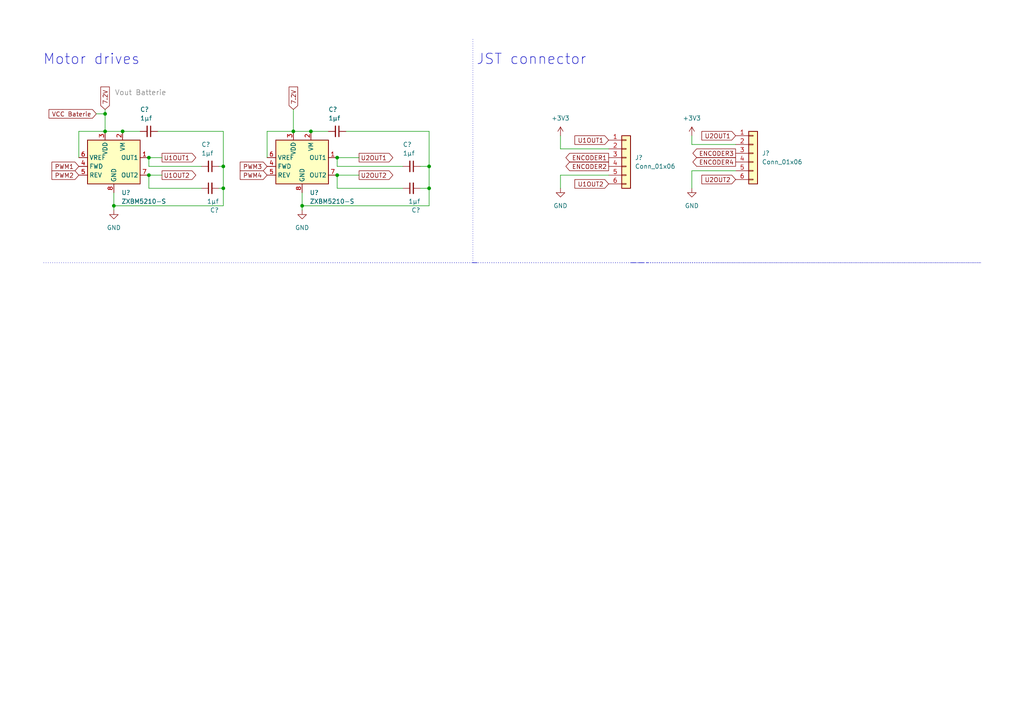
<source format=kicad_sch>
(kicad_sch (version 20230121) (generator eeschema)
  (paper "A4")
  (lib_symbols
    (symbol "Connector_Generic:Conn_01x06" (pin_names (offset 1.016) hide)
      (property "Reference" "J" (at 0 7.62 0))
      (property "Value" "Conn_01x06" (at 0 -10.16 0))
      (symbol "Conn_01x06_1_1"
        (rectangle (start -1.27 -7.493) (end 0 -7.747) (stroke (width 0.1524)))
        (rectangle (start -1.27 -4.953) (end 0 -5.207) (stroke (width 0.1524)))
        (rectangle (start -1.27 -2.413) (end 0 -2.667) (stroke (width 0.1524)))
        (rectangle (start -1.27 0.127) (end 0 -0.127) (stroke (width 0.1524)))
        (rectangle (start -1.27 2.667) (end 0 2.413) (stroke (width 0.1524)))
        (rectangle (start -1.27 5.207) (end 0 4.953) (stroke (width 0.1524)))
        (rectangle (start -1.27 6.35) (end 1.27 -8.89) (stroke (width 0.254)) (fill (type background)))
        (pin passive line (at -5.08 5.08 0) (length 3.81) (name "Pin_1") (number "1"))
        (pin passive line (at -5.08 2.54 0) (length 3.81) (name "Pin_2") (number "2"))
        (pin passive line (at -5.08 0 0) (length 3.81) (name "Pin_3") (number "3"))
        (pin passive line (at -5.08 -2.54 0) (length 3.81) (name "Pin_4") (number "4"))
        (pin passive line (at -5.08 -5.08 0) (length 3.81) (name "Pin_5") (number "5"))
        (pin passive line (at -5.08 -7.62 0) (length 3.81) (name "Pin_6") (number "6"))
      )
    )
    (symbol "Device:C_Small" (pin_numbers hide) (pin_names (offset 0.254) hide)
      (property "Reference" "C" (at 0.254 1.778 0))
      (property "Value" "C_Small" (at 0.254 -2.032 0))
      (symbol "C_Small_0_1"
        (polyline (pts (xy -1.524 -0.508) (xy 1.524 -0.508)) (stroke (width 0.3302)))
        (polyline (pts (xy -1.524 0.508) (xy 1.524 0.508)) (stroke (width 0.3048)))
      )
      (symbol "C_Small_1_1"
        (pin passive line (at 0 2.54 270) (length 2.032) (name "~") (number "1"))
        (pin passive line (at 0 -2.54 90) (length 2.032) (name "~") (number "2"))
      )
    )
    (symbol "Driver_Motor:ZXBM5210-S"
      (property "Reference" "U" (at -7.62 8.89 0))
      (property "Value" "ZXBM5210-S" (at 10.16 8.89 0))
      (symbol "ZXBM5210-S_0_0"
        (pin output line (at 10.16 2.54 180) (length 2.54) (name "OUT1") (number "1"))
        (pin power_in line (at 2.54 10.16 270) (length 2.54) (name "VM") (number "2"))
        (pin power_in line (at -2.54 10.16 270) (length 2.54) (name "VDD") (number "3"))
        (pin input line (at -10.16 0 0) (length 2.54) (name "FWD") (number "4"))
        (pin input line (at -10.16 -2.54 0) (length 2.54) (name "REV") (number "5"))
        (pin input line (at -10.16 2.54 0) (length 2.54) (name "VREF") (number "6"))
        (pin output line (at 10.16 -2.54 180) (length 2.54) (name "OUT2") (number "7"))
        (pin power_in line (at 0 -7.62 90) (length 2.54) (name "GND") (number "8"))
      )
      (symbol "ZXBM5210-S_0_1"
        (rectangle (start -7.62 7.62) (end 7.62 -5.08) (stroke (width 0.254)) (fill (type background)))
      )
    )
    (symbol "power:+3V3" (power) (pin_names (offset 0))
      (property "Value" "+3V3" (at 0 3.556 0))
      (symbol "+3V3_0_1"
        (polyline (pts (xy -0.762 1.27) (xy 0 2.54)))
        (polyline (pts (xy 0 0) (xy 0 2.54)))
        (polyline (pts (xy 0 2.54) (xy 0.762 1.27)))
      )
      (symbol "+3V3_1_1"
        (pin power_in line (at 0 0 90) (length 0) hide (name "+3V3") (number "1"))
      )
    )
    (symbol "power:GND" (power) (pin_names (offset 0))
      (property "Value" "GND" (at 0 -3.81 0))
      (symbol "GND_0_1"
        (polyline (pts (xy 0 0) (xy 0 -1.27) (xy 1.27 -1.27) (xy 0 -2.54) (xy -1.27 -1.27) (xy 0 -1.27)))
      )
      (symbol "GND_1_1"
        (pin power_in line (at 0 0 270) (length 0) hide (name "GND") (number "1"))
      )
    )
  )
  (junction (at 64.77 54.61))
  (junction (at 97.79 45.72))
  (junction (at 33.02 59.69))
  (junction (at 43.18 45.72))
  (junction (at 30.48 38.1))
  (junction (at 97.79 50.8))
  (junction (at 124.46 48.26))
  (junction (at 124.46 54.61))
  (junction (at 87.63 59.69))
  (junction (at 43.18 50.8))
  (junction (at 85.09 38.1))
  (junction (at 64.77 48.26))
  (junction (at 35.56 38.1))
  (junction (at 30.48 33.02))
  (junction (at 90.17 38.1))
  (wire (pts (xy 121.92 48.26) (xy 124.46 48.26)))
  (wire (pts (xy 64.77 48.26) (xy 64.77 54.61)))
  (wire (pts (xy 200.66 41.91) (xy 213.36 41.91)))
  (wire (pts (xy 43.18 48.26) (xy 58.42 48.26)))
  (polyline (pts (xy 12.7 76.2) (xy 284.48 76.2)) (stroke (width 0) (type dot)))
  (wire (pts (xy 77.47 38.1) (xy 85.09 38.1)))
  (wire (pts (xy 46.99 50.8) (xy 43.18 50.8)))
  (wire (pts (xy 176.53 50.8) (xy 162.56 50.8)))
  (wire (pts (xy 87.63 59.69) (xy 87.63 55.88)))
  (polyline (pts (xy 137.16 76.2) (xy 138.43 76.2)))
  (wire (pts (xy 64.77 54.61) (xy 64.77 59.69)))
  (wire (pts (xy 97.79 45.72) (xy 97.79 48.26)))
  (polyline (pts (xy 212.09 76.2) (xy 284.48 76.2)) (stroke (width 0) (type dot)))
  (wire (pts (xy 43.18 50.8) (xy 43.18 54.61)))
  (wire (pts (xy 22.86 38.1) (xy 30.48 38.1)))
  (wire (pts (xy 43.18 54.61) (xy 58.42 54.61)))
  (wire (pts (xy 22.86 45.72) (xy 22.86 38.1)))
  (wire (pts (xy 104.14 50.8) (xy 97.79 50.8)))
  (wire (pts (xy 30.48 31.75) (xy 30.48 33.02)))
  (wire (pts (xy 30.48 38.1) (xy 35.56 38.1)))
  (wire (pts (xy 162.56 50.8) (xy 162.56 54.61)))
  (wire (pts (xy 104.14 45.72) (xy 97.79 45.72)))
  (wire (pts (xy 121.92 54.61) (xy 124.46 54.61)))
  (polyline (pts (xy 187.96 76.2) (xy 207.01 76.2)) (stroke (width 0) (type dot)))
  (wire (pts (xy 45.72 38.1) (xy 64.77 38.1)))
  (wire (pts (xy 200.66 39.37) (xy 200.66 41.91)))
  (wire (pts (xy 63.5 54.61) (xy 64.77 54.61)))
  (wire (pts (xy 124.46 48.26) (xy 124.46 54.61)))
  (wire (pts (xy 87.63 60.96) (xy 87.63 59.69)))
  (wire (pts (xy 97.79 50.8) (xy 97.79 54.61)))
  (wire (pts (xy 85.09 31.75) (xy 85.09 38.1)))
  (wire (pts (xy 43.18 45.72) (xy 43.18 48.26)))
  (wire (pts (xy 30.48 33.02) (xy 30.48 38.1)))
  (polyline (pts (xy 182.88 76.2) (xy 187.96 76.2)) (stroke (width 0) (type dash)))
  (wire (pts (xy 64.77 59.69) (xy 33.02 59.69)))
  (wire (pts (xy 64.77 38.1) (xy 64.77 48.26)))
  (wire (pts (xy 213.36 49.53) (xy 200.66 49.53)))
  (wire (pts (xy 90.17 38.1) (xy 95.25 38.1)))
  (polyline (pts (xy 90.17 76.2) (xy 284.48 76.2)) (stroke (width 0) (type dot)))
  (wire (pts (xy 33.02 60.96) (xy 33.02 59.69)))
  (wire (pts (xy 85.09 38.1) (xy 90.17 38.1)))
  (wire (pts (xy 46.99 45.72) (xy 43.18 45.72)))
  (wire (pts (xy 27.94 33.02) (xy 30.48 33.02)))
  (wire (pts (xy 77.47 45.72) (xy 77.47 38.1)))
  (polyline (pts (xy 137.16 11.43) (xy 137.16 76.2)) (stroke (width 0) (type dot)))
  (wire (pts (xy 33.02 59.69) (xy 33.02 55.88)))
  (wire (pts (xy 63.5 48.26) (xy 64.77 48.26)))
  (wire (pts (xy 124.46 59.69) (xy 87.63 59.69)))
  (wire (pts (xy 124.46 54.61) (xy 124.46 59.69)))
  (wire (pts (xy 162.56 43.18) (xy 162.56 39.37)))
  (wire (pts (xy 97.79 48.26) (xy 116.84 48.26)))
  (wire (pts (xy 200.66 49.53) (xy 200.66 54.61)))
  (wire (pts (xy 35.56 38.1) (xy 40.64 38.1)))
  (polyline (pts (xy 207.01 76.2) (xy 212.09 76.2)) (stroke (width 0) (type dot)))
  (wire (pts (xy 100.33 38.1) (xy 124.46 38.1)))
  (wire (pts (xy 97.79 54.61) (xy 116.84 54.61)))
  (wire (pts (xy 176.53 43.18) (xy 162.56 43.18)))
  (wire (pts (xy 124.46 38.1) (xy 124.46 48.26)))
  (text "JST connector" (at 170.18 19.05 0) (effects (font (size 3 3)) (justify right bottom)))
  (text "Vout Batterie" (at 48.26 27.94 0) (effects (font (size 1.5 1.5)) (justify right bottom)))
  (text "Motor drives" (at 40.64 19.05 0) (effects (font (size 3 3)) (justify right bottom)))
  (global_label "7.2V" (shape input) (at 30.48 31.75 90) (property "Intersheetrefs" "${INTERSHEET_REFS}" (effects hide)))
  (global_label "PWM2" (shape input) (at 22.86 50.8 180) (property "Intersheetrefs" "${INTERSHEET_REFS}" (effects hide)))
  (global_label "ENCODER3" (shape output) (at 213.36 44.45 180) (property "Intersheetrefs" "${INTERSHEET_REFS}" (effects hide)))
  (global_label "ENCODER2" (shape output) (at 176.53 48.26 180) (property "Intersheetrefs" "${INTERSHEET_REFS}" (effects hide)))
  (global_label "PWM4" (shape input) (at 77.47 50.8 180) (property "Intersheetrefs" "${INTERSHEET_REFS}" (effects hide)))
  (global_label "U1OUT2" (shape output) (at 46.99 50.8 0) (property "Intersheetrefs" "${INTERSHEET_REFS}" (effects hide)))
  (global_label "U1OUT1" (shape output) (at 46.99 45.72 0) (property "Intersheetrefs" "${INTERSHEET_REFS}" (effects hide)))
  (global_label "U2OUT1" (shape input) (at 213.36 39.37 180) (property "Intersheetrefs" "${INTERSHEET_REFS}" (effects hide)))
  (global_label "PWM1" (shape input) (at 22.86 48.26 180) (property "Intersheetrefs" "${INTERSHEET_REFS}" (effects hide)))
  (global_label "U2OUT2" (shape output) (at 104.14 50.8 0) (property "Intersheetrefs" "${INTERSHEET_REFS}" (effects hide)))
  (global_label "7.2V" (shape input) (at 85.09 31.75 90) (property "Intersheetrefs" "${INTERSHEET_REFS}" (effects hide)))
  (global_label "ENCODER4" (shape output) (at 213.36 46.99 180) (property "Intersheetrefs" "${INTERSHEET_REFS}" (effects hide)))
  (global_label "U2OUT1" (shape output) (at 104.14 45.72 0) (property "Intersheetrefs" "${INTERSHEET_REFS}" (effects hide)))
  (global_label "ENCODER1" (shape output) (at 176.53 45.72 180) (property "Intersheetrefs" "${INTERSHEET_REFS}" (effects hide)))
  (global_label "PWM3" (shape input) (at 77.47 48.26 180) (property "Intersheetrefs" "${INTERSHEET_REFS}" (effects hide)))
  (global_label "U2OUT2" (shape input) (at 213.36 52.07 180) (property "Intersheetrefs" "${INTERSHEET_REFS}" (effects hide)))
  (global_label "VCC Baterie" (shape input) (at 27.94 33.02 180) (property "Intersheetrefs" "${INTERSHEET_REFS}" (effects hide)))
  (global_label "U1OUT1" (shape input) (at 176.53 40.64 180) (property "Intersheetrefs" "${INTERSHEET_REFS}" (effects hide)))
  (global_label "U1OUT2" (shape input) (at 176.53 53.34 180) (property "Intersheetrefs" "${INTERSHEET_REFS}" (effects hide)))
  (symbol (lib_id "Connector_Generic:Conn_01x06") (at 218.44 44.45 0) (unit 1)
    (property "Reference" "J?" (at 220.98 44.45 0) (effects (justify left)))
    (property "Value" "Conn_01x06" (at 220.98 46.99 0) (effects (justify left)))
    (property "Footprint" "Connector_PinSocket_2.54mm:PinSocket_1x06_P2.54mm_Vertical" (effects hide))
    (instances (project "Alimentation" (path "" (reference "J?") (unit 1)) (path "" (reference "J11") (unit 1))) (project "moteur" (path "" (reference "J?") (unit 1))))
  )
  (symbol (lib_id "Device:C_Small") (at 119.38 54.61 90) (unit 1)
    (property "Reference" "C?" (at 121.92 60.9537 90) (effects (justify left)))
    (property "Value" "1µf" (at 121.92 58.4137 90) (effects (justify left)))
    (property "Footprint" "Capacitor_SMD:C_0603_1608Metric_Pad1.08x0.95mm_HandSolder" (effects hide))
    (instances (project "Alimentation" (path "" (reference "C?") (unit 1)) (path "" (reference "C25") (unit 1))) (project "moteur" (path "" (reference "C?") (unit 1))))
  )
  (symbol (lib_id "Device:C_Small") (at 97.79 38.1 270) (unit 1)
    (property "Reference" "C?" (at 95.25 31.7563 90) (effects (justify left)))
    (property "Value" "1µf" (at 95.25 34.2963 90) (effects (justify left)))
    (property "Footprint" "Capacitor_SMD:C_0603_1608Metric_Pad1.08x0.95mm_HandSolder" (effects hide))
    (instances (project "Alimentation" (path "" (reference "C?") (unit 1)) (path "" (reference "C23") (unit 1))) (project "moteur" (path "" (reference "C?") (unit 1))))
  )
  (symbol (lib_id "Device:C_Small") (at 43.18 38.1 270) (unit 1)
    (property "Reference" "C?" (at 40.64 31.7563 90) (effects (justify left)))
    (property "Value" "1µf" (at 40.64 34.2963 90) (effects (justify left)))
    (property "Footprint" "Capacitor_SMD:C_0603_1608Metric_Pad1.08x0.95mm_HandSolder" (effects hide))
    (instances (project "Alimentation" (path "" (reference "C?") (unit 1)) (path "" (reference "C20") (unit 1))) (project "moteur" (path "" (reference "C?") (unit 1))))
  )
  (symbol (lib_id "power:GND") (at 162.56 54.61 0) (unit 1)
    (property "Reference" "#PWR047" (effects hide))
    (property "Value" "GND" (at 162.56 59.69 0))
    (instances (project "Alimentation" (path "" (reference "#PWR047") (unit 1))) (project "moteur" (path "" (reference "#PWR?") (unit 1))))
  )
  (symbol (lib_id "Connector_Generic:Conn_01x06") (at 181.61 45.72 0) (unit 1)
    (property "Reference" "J?" (at 184.15 45.72 0) (effects (justify left)))
    (property "Value" "Conn_01x06" (at 184.15 48.26 0) (effects (justify left)))
    (property "Footprint" "Connector_PinSocket_2.54mm:PinSocket_1x06_P2.54mm_Vertical" (effects hide))
    (instances (project "Alimentation" (path "" (reference "J?") (unit 1)) (path "" (reference "J10") (unit 1))) (project "moteur" (path "" (reference "J?") (unit 1))))
  )
  (symbol (lib_id "Device:C_Small") (at 119.38 48.26 270) (unit 1)
    (property "Reference" "C?" (at 116.84 41.9163 90) (effects (justify left)))
    (property "Value" "1µf" (at 116.84 44.4563 90) (effects (justify left)))
    (property "Footprint" "Capacitor_SMD:C_0603_1608Metric_Pad1.08x0.95mm_HandSolder" (effects hide))
    (instances (project "Alimentation" (path "" (reference "C?") (unit 1)) (path "" (reference "C24") (unit 1))) (project "moteur" (path "" (reference "C?") (unit 1))))
  )
  (symbol (lib_id "power:GND") (at 200.66 54.61 0) (unit 1)
    (property "Reference" "#PWR049" (effects hide))
    (property "Value" "GND" (at 200.66 59.69 0))
    (instances (project "Alimentation" (path "" (reference "#PWR049") (unit 1))) (project "moteur" (path "" (reference "#PWR?") (unit 1))))
  )
  (symbol (lib_id "power:+3V3") (at 200.66 39.37 0) (unit 1)
    (property "Reference" "#PWR048" (effects hide))
    (property "Value" "+3V3" (at 200.66 34.29 0))
    (instances (project "Alimentation" (path "" (reference "#PWR048") (unit 1))) (project "moteur" (path "" (reference "#PWR?") (unit 1))))
  )
  (symbol (lib_id "power:+3V3") (at 162.56 39.37 0) (unit 1)
    (property "Reference" "#PWR046" (effects hide))
    (property "Value" "+3V3" (at 162.56 34.29 0))
    (instances (project "Alimentation" (path "" (reference "#PWR046") (unit 1))) (project "moteur" (path "" (reference "#PWR?") (unit 1))))
  )
  (symbol (lib_id "Device:C_Small") (at 60.96 48.26 270) (unit 1)
    (property "Reference" "C?" (at 58.42 41.9163 90) (effects (justify left)))
    (property "Value" "1µf" (at 58.42 44.4563 90) (effects (justify left)))
    (property "Footprint" "Capacitor_SMD:C_0603_1608Metric_Pad1.08x0.95mm_HandSolder" (effects hide))
    (instances (project "Alimentation" (path "" (reference "C?") (unit 1)) (path "" (reference "C21") (unit 1))) (project "moteur" (path "" (reference "C?") (unit 1))))
  )
  (symbol (lib_id "power:GND") (at 33.02 60.96 0) (unit 1)
    (property "Reference" "#PWR044" (effects hide))
    (property "Value" "GND" (at 33.02 66.04 0))
    (instances (project "Alimentation" (path "" (reference "#PWR044") (unit 1))) (project "moteur" (path "" (reference "#PWR?") (unit 1))))
  )
  (symbol (lib_id "Driver_Motor:ZXBM5210-S") (at 33.02 48.26 0) (unit 1)
    (property "Reference" "U?" (at 35.2141 55.88 0) (effects (justify left)))
    (property "Value" "ZXBM5210-S" (at 35.2141 58.42 0) (effects (justify left)))
    (property "Footprint" "Package_SO:SOIC-8_3.9x4.9mm_P1.27mm" (effects hide))
    (property "Datasheet" "https://www.diodes.com/assets/Datasheets/ZXBM5210.pdf" (effects hide))
    (instances (project "Alimentation" (path "" (reference "U?") (unit 1)) (path "" (reference "U3") (unit 1))) (project "moteur" (path "" (reference "U?") (unit 1))))
  )
  (symbol (lib_id "Driver_Motor:ZXBM5210-S") (at 87.63 48.26 0) (unit 1)
    (property "Reference" "U?" (at 89.8241 55.88 0) (effects (justify left)))
    (property "Value" "ZXBM5210-S" (at 89.8241 58.42 0) (effects (justify left)))
    (property "Footprint" "Package_SO:SOIC-8_3.9x4.9mm_P1.27mm" (effects hide))
    (property "Datasheet" "https://www.diodes.com/assets/Datasheets/ZXBM5210.pdf" (effects hide))
    (instances (project "Alimentation" (path "" (reference "U?") (unit 1)) (path "" (reference "U4") (unit 1))) (project "moteur" (path "" (reference "U?") (unit 1))))
  )
  (symbol (lib_id "Device:C_Small") (at 60.96 54.61 90) (unit 1)
    (property "Reference" "C?" (at 63.5 60.9537 90) (effects (justify left)))
    (property "Value" "1µf" (at 63.5 58.4137 90) (effects (justify left)))
    (property "Footprint" "Capacitor_SMD:C_0603_1608Metric_Pad1.08x0.95mm_HandSolder" (effects hide))
    (instances (project "Alimentation" (path "" (reference "C?") (unit 1)) (path "" (reference "C22") (unit 1))) (project "moteur" (path "" (reference "C?") (unit 1))))
  )
  (symbol (lib_id "power:GND") (at 87.63 60.96 0) (unit 1)
    (property "Reference" "#PWR045" (effects hide))
    (property "Value" "GND" (at 87.63 66.04 0))
    (instances (project "Alimentation" (path "" (reference "#PWR045") (unit 1))) (project "moteur" (path "" (reference "#PWR?") (unit 1))))
  )
)
</source>
